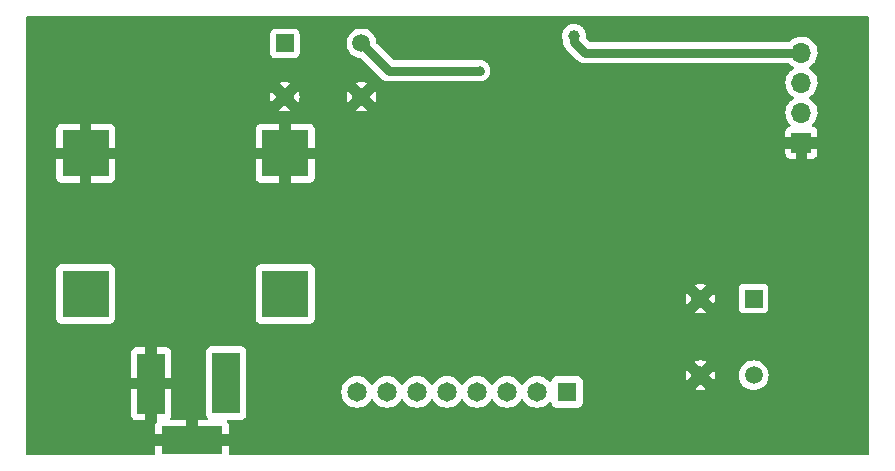
<source format=gbl>
G04 #@! TF.GenerationSoftware,KiCad,Pcbnew,(6.0.4)*
G04 #@! TF.CreationDate,2022-04-15T12:43:22+02:00*
G04 #@! TF.ProjectId,7segments_beide_groundplane,37736567-6d65-46e7-9473-5f6265696465,rev?*
G04 #@! TF.SameCoordinates,Original*
G04 #@! TF.FileFunction,Copper,L2,Bot*
G04 #@! TF.FilePolarity,Positive*
%FSLAX46Y46*%
G04 Gerber Fmt 4.6, Leading zero omitted, Abs format (unit mm)*
G04 Created by KiCad (PCBNEW (6.0.4)) date 2022-04-15 12:43:22*
%MOMM*%
%LPD*%
G01*
G04 APERTURE LIST*
G04 #@! TA.AperFunction,ComponentPad*
%ADD10R,1.650000X1.650000*%
G04 #@! TD*
G04 #@! TA.AperFunction,ComponentPad*
%ADD11C,1.650000*%
G04 #@! TD*
G04 #@! TA.AperFunction,ComponentPad*
%ADD12R,1.700000X1.700000*%
G04 #@! TD*
G04 #@! TA.AperFunction,ComponentPad*
%ADD13O,1.700000X1.700000*%
G04 #@! TD*
G04 #@! TA.AperFunction,ComponentPad*
%ADD14R,4.000000X4.000000*%
G04 #@! TD*
G04 #@! TA.AperFunction,ComponentPad*
%ADD15R,2.400000X5.200000*%
G04 #@! TD*
G04 #@! TA.AperFunction,ComponentPad*
%ADD16R,5.200000X2.400000*%
G04 #@! TD*
G04 #@! TA.AperFunction,ComponentPad*
%ADD17R,1.498000X1.498000*%
G04 #@! TD*
G04 #@! TA.AperFunction,ComponentPad*
%ADD18C,1.498000*%
G04 #@! TD*
G04 #@! TA.AperFunction,ViaPad*
%ADD19C,1.000000*%
G04 #@! TD*
G04 #@! TA.AperFunction,ViaPad*
%ADD20C,1.500000*%
G04 #@! TD*
G04 #@! TA.AperFunction,ViaPad*
%ADD21C,0.800000*%
G04 #@! TD*
G04 #@! TA.AperFunction,Conductor*
%ADD22C,0.800000*%
G04 #@! TD*
G04 APERTURE END LIST*
D10*
X150462000Y-116300000D03*
D11*
X147922000Y-116300000D03*
X145382000Y-116300000D03*
X142842000Y-116300000D03*
X140302000Y-116300000D03*
X137762000Y-116300000D03*
X135222000Y-116300000D03*
X132682000Y-116300000D03*
D12*
X170300000Y-95200000D03*
D13*
X170300000Y-92660000D03*
X170300000Y-90120000D03*
X170300000Y-87580000D03*
D14*
X109686500Y-108013500D03*
X109686500Y-96113500D03*
X126586500Y-108013500D03*
X126586500Y-96113500D03*
D15*
X121600000Y-115550000D03*
X115250000Y-115600000D03*
D16*
X118700000Y-120400000D03*
D17*
X166250000Y-108400000D03*
D18*
X166250000Y-114900000D03*
X161750000Y-108400000D03*
X161750000Y-114900000D03*
D17*
X126550000Y-86800000D03*
D18*
X133050000Y-86800000D03*
X126550000Y-91300000D03*
X133050000Y-91300000D03*
D19*
X151040000Y-86160000D03*
D20*
X111400000Y-115600000D03*
X130200000Y-85400000D03*
X141100000Y-91800000D03*
X145000000Y-103100000D03*
D19*
X146200000Y-93700000D03*
D20*
X139100000Y-96600000D03*
X147500000Y-111700000D03*
X141000000Y-101800000D03*
X174600000Y-98250000D03*
X107100000Y-88550000D03*
X168200000Y-118500000D03*
D21*
X143050000Y-89100000D03*
D22*
X170300000Y-87580000D02*
X151980000Y-87580000D01*
X151980000Y-87580000D02*
X151040000Y-86640000D01*
X151040000Y-86640000D02*
X151040000Y-86160000D01*
X135350000Y-89100000D02*
X143050000Y-89100000D01*
X133050000Y-86800000D02*
X135350000Y-89100000D01*
G04 #@! TA.AperFunction,Conductor*
G36*
X175963621Y-84508502D02*
G01*
X176010114Y-84562158D01*
X176021500Y-84614500D01*
X176021500Y-121525500D01*
X176001498Y-121593621D01*
X175947842Y-121640114D01*
X175895500Y-121651500D01*
X121934000Y-121651500D01*
X121865879Y-121631498D01*
X121819386Y-121577842D01*
X121808000Y-121525500D01*
X121808000Y-120918115D01*
X121803525Y-120902876D01*
X121802135Y-120901671D01*
X121794452Y-120900000D01*
X115610116Y-120900000D01*
X115594877Y-120904475D01*
X115593672Y-120905865D01*
X115592001Y-120913548D01*
X115592001Y-121525500D01*
X115571999Y-121593621D01*
X115518343Y-121640114D01*
X115466001Y-121651500D01*
X104774500Y-121651500D01*
X104706379Y-121631498D01*
X104659886Y-121577842D01*
X104648500Y-121525500D01*
X104648500Y-119881885D01*
X115592000Y-119881885D01*
X115596475Y-119897124D01*
X115597865Y-119898329D01*
X115605548Y-119900000D01*
X118181885Y-119900000D01*
X118197124Y-119895525D01*
X118198329Y-119894135D01*
X118200000Y-119886452D01*
X118200000Y-119881885D01*
X119200000Y-119881885D01*
X119204475Y-119897124D01*
X119205865Y-119898329D01*
X119213548Y-119900000D01*
X121789884Y-119900000D01*
X121805123Y-119895525D01*
X121806328Y-119894135D01*
X121807999Y-119886452D01*
X121807999Y-119155331D01*
X121807629Y-119148510D01*
X121802105Y-119097648D01*
X121798479Y-119082396D01*
X121753324Y-118961946D01*
X121744786Y-118946351D01*
X121680118Y-118860065D01*
X121655270Y-118793558D01*
X121670323Y-118724176D01*
X121720497Y-118673946D01*
X121780944Y-118658500D01*
X122848134Y-118658500D01*
X122910316Y-118651745D01*
X123046705Y-118600615D01*
X123163261Y-118513261D01*
X123250615Y-118396705D01*
X123301745Y-118260316D01*
X123308500Y-118198134D01*
X123308500Y-116300000D01*
X131343406Y-116300000D01*
X131363742Y-116532444D01*
X131424133Y-116757826D01*
X131426455Y-116762806D01*
X131426456Y-116762808D01*
X131520418Y-116964310D01*
X131520421Y-116964315D01*
X131522744Y-116969297D01*
X131525898Y-116973801D01*
X131525901Y-116973806D01*
X131651224Y-117152785D01*
X131656578Y-117160432D01*
X131821568Y-117325422D01*
X131826076Y-117328579D01*
X131826079Y-117328581D01*
X132008194Y-117456099D01*
X132012703Y-117459256D01*
X132017685Y-117461579D01*
X132017690Y-117461582D01*
X132219192Y-117555544D01*
X132224174Y-117557867D01*
X132229482Y-117559289D01*
X132229484Y-117559290D01*
X132444241Y-117616834D01*
X132444243Y-117616834D01*
X132449556Y-117618258D01*
X132682000Y-117638594D01*
X132914444Y-117618258D01*
X132919757Y-117616834D01*
X132919759Y-117616834D01*
X133134516Y-117559290D01*
X133134518Y-117559289D01*
X133139826Y-117557867D01*
X133144808Y-117555544D01*
X133346310Y-117461582D01*
X133346315Y-117461579D01*
X133351297Y-117459256D01*
X133355806Y-117456099D01*
X133537921Y-117328581D01*
X133537924Y-117328579D01*
X133542432Y-117325422D01*
X133707422Y-117160432D01*
X133712777Y-117152785D01*
X133784207Y-117050772D01*
X133841256Y-116969297D01*
X133843123Y-116965293D01*
X133894264Y-116916531D01*
X133963977Y-116903095D01*
X134029888Y-116929482D01*
X134060828Y-116965188D01*
X134062744Y-116969297D01*
X134119793Y-117050772D01*
X134191224Y-117152785D01*
X134196578Y-117160432D01*
X134361568Y-117325422D01*
X134366076Y-117328579D01*
X134366079Y-117328581D01*
X134548194Y-117456099D01*
X134552703Y-117459256D01*
X134557685Y-117461579D01*
X134557690Y-117461582D01*
X134759192Y-117555544D01*
X134764174Y-117557867D01*
X134769482Y-117559289D01*
X134769484Y-117559290D01*
X134984241Y-117616834D01*
X134984243Y-117616834D01*
X134989556Y-117618258D01*
X135222000Y-117638594D01*
X135454444Y-117618258D01*
X135459757Y-117616834D01*
X135459759Y-117616834D01*
X135674516Y-117559290D01*
X135674518Y-117559289D01*
X135679826Y-117557867D01*
X135684808Y-117555544D01*
X135886310Y-117461582D01*
X135886315Y-117461579D01*
X135891297Y-117459256D01*
X135895806Y-117456099D01*
X136077921Y-117328581D01*
X136077924Y-117328579D01*
X136082432Y-117325422D01*
X136247422Y-117160432D01*
X136252777Y-117152785D01*
X136324207Y-117050772D01*
X136381256Y-116969297D01*
X136383123Y-116965293D01*
X136434264Y-116916531D01*
X136503977Y-116903095D01*
X136569888Y-116929482D01*
X136600828Y-116965188D01*
X136602744Y-116969297D01*
X136659793Y-117050772D01*
X136731224Y-117152785D01*
X136736578Y-117160432D01*
X136901568Y-117325422D01*
X136906076Y-117328579D01*
X136906079Y-117328581D01*
X137088194Y-117456099D01*
X137092703Y-117459256D01*
X137097685Y-117461579D01*
X137097690Y-117461582D01*
X137299192Y-117555544D01*
X137304174Y-117557867D01*
X137309482Y-117559289D01*
X137309484Y-117559290D01*
X137524241Y-117616834D01*
X137524243Y-117616834D01*
X137529556Y-117618258D01*
X137762000Y-117638594D01*
X137994444Y-117618258D01*
X137999757Y-117616834D01*
X137999759Y-117616834D01*
X138214516Y-117559290D01*
X138214518Y-117559289D01*
X138219826Y-117557867D01*
X138224808Y-117555544D01*
X138426310Y-117461582D01*
X138426315Y-117461579D01*
X138431297Y-117459256D01*
X138435806Y-117456099D01*
X138617921Y-117328581D01*
X138617924Y-117328579D01*
X138622432Y-117325422D01*
X138787422Y-117160432D01*
X138792777Y-117152785D01*
X138864207Y-117050772D01*
X138921256Y-116969297D01*
X138923123Y-116965293D01*
X138974264Y-116916531D01*
X139043977Y-116903095D01*
X139109888Y-116929482D01*
X139140828Y-116965188D01*
X139142744Y-116969297D01*
X139199793Y-117050772D01*
X139271224Y-117152785D01*
X139276578Y-117160432D01*
X139441568Y-117325422D01*
X139446076Y-117328579D01*
X139446079Y-117328581D01*
X139628194Y-117456099D01*
X139632703Y-117459256D01*
X139637685Y-117461579D01*
X139637690Y-117461582D01*
X139839192Y-117555544D01*
X139844174Y-117557867D01*
X139849482Y-117559289D01*
X139849484Y-117559290D01*
X140064241Y-117616834D01*
X140064243Y-117616834D01*
X140069556Y-117618258D01*
X140302000Y-117638594D01*
X140534444Y-117618258D01*
X140539757Y-117616834D01*
X140539759Y-117616834D01*
X140754516Y-117559290D01*
X140754518Y-117559289D01*
X140759826Y-117557867D01*
X140764808Y-117555544D01*
X140966310Y-117461582D01*
X140966315Y-117461579D01*
X140971297Y-117459256D01*
X140975806Y-117456099D01*
X141157921Y-117328581D01*
X141157924Y-117328579D01*
X141162432Y-117325422D01*
X141327422Y-117160432D01*
X141332777Y-117152785D01*
X141404207Y-117050772D01*
X141461256Y-116969297D01*
X141463123Y-116965293D01*
X141514264Y-116916531D01*
X141583977Y-116903095D01*
X141649888Y-116929482D01*
X141680828Y-116965188D01*
X141682744Y-116969297D01*
X141739793Y-117050772D01*
X141811224Y-117152785D01*
X141816578Y-117160432D01*
X141981568Y-117325422D01*
X141986076Y-117328579D01*
X141986079Y-117328581D01*
X142168194Y-117456099D01*
X142172703Y-117459256D01*
X142177685Y-117461579D01*
X142177690Y-117461582D01*
X142379192Y-117555544D01*
X142384174Y-117557867D01*
X142389482Y-117559289D01*
X142389484Y-117559290D01*
X142604241Y-117616834D01*
X142604243Y-117616834D01*
X142609556Y-117618258D01*
X142842000Y-117638594D01*
X143074444Y-117618258D01*
X143079757Y-117616834D01*
X143079759Y-117616834D01*
X143294516Y-117559290D01*
X143294518Y-117559289D01*
X143299826Y-117557867D01*
X143304808Y-117555544D01*
X143506310Y-117461582D01*
X143506315Y-117461579D01*
X143511297Y-117459256D01*
X143515806Y-117456099D01*
X143697921Y-117328581D01*
X143697924Y-117328579D01*
X143702432Y-117325422D01*
X143867422Y-117160432D01*
X143872777Y-117152785D01*
X143944207Y-117050772D01*
X144001256Y-116969297D01*
X144003123Y-116965293D01*
X144054264Y-116916531D01*
X144123977Y-116903095D01*
X144189888Y-116929482D01*
X144220828Y-116965188D01*
X144222744Y-116969297D01*
X144279793Y-117050772D01*
X144351224Y-117152785D01*
X144356578Y-117160432D01*
X144521568Y-117325422D01*
X144526076Y-117328579D01*
X144526079Y-117328581D01*
X144708194Y-117456099D01*
X144712703Y-117459256D01*
X144717685Y-117461579D01*
X144717690Y-117461582D01*
X144919192Y-117555544D01*
X144924174Y-117557867D01*
X144929482Y-117559289D01*
X144929484Y-117559290D01*
X145144241Y-117616834D01*
X145144243Y-117616834D01*
X145149556Y-117618258D01*
X145382000Y-117638594D01*
X145614444Y-117618258D01*
X145619757Y-117616834D01*
X145619759Y-117616834D01*
X145834516Y-117559290D01*
X145834518Y-117559289D01*
X145839826Y-117557867D01*
X145844808Y-117555544D01*
X146046310Y-117461582D01*
X146046315Y-117461579D01*
X146051297Y-117459256D01*
X146055806Y-117456099D01*
X146237921Y-117328581D01*
X146237924Y-117328579D01*
X146242432Y-117325422D01*
X146407422Y-117160432D01*
X146412777Y-117152785D01*
X146484207Y-117050772D01*
X146541256Y-116969297D01*
X146543123Y-116965293D01*
X146594264Y-116916531D01*
X146663977Y-116903095D01*
X146729888Y-116929482D01*
X146760828Y-116965188D01*
X146762744Y-116969297D01*
X146819793Y-117050772D01*
X146891224Y-117152785D01*
X146896578Y-117160432D01*
X147061568Y-117325422D01*
X147066076Y-117328579D01*
X147066079Y-117328581D01*
X147248194Y-117456099D01*
X147252703Y-117459256D01*
X147257685Y-117461579D01*
X147257690Y-117461582D01*
X147459192Y-117555544D01*
X147464174Y-117557867D01*
X147469482Y-117559289D01*
X147469484Y-117559290D01*
X147684241Y-117616834D01*
X147684243Y-117616834D01*
X147689556Y-117618258D01*
X147922000Y-117638594D01*
X148154444Y-117618258D01*
X148159757Y-117616834D01*
X148159759Y-117616834D01*
X148374516Y-117559290D01*
X148374518Y-117559289D01*
X148379826Y-117557867D01*
X148384808Y-117555544D01*
X148586310Y-117461582D01*
X148586315Y-117461579D01*
X148591297Y-117459256D01*
X148595806Y-117456099D01*
X148777921Y-117328581D01*
X148777924Y-117328579D01*
X148782432Y-117325422D01*
X148926108Y-117181746D01*
X148988420Y-117147720D01*
X149059235Y-117152785D01*
X149116071Y-117195332D01*
X149134867Y-117235462D01*
X149135255Y-117235316D01*
X149138027Y-117242709D01*
X149138027Y-117242711D01*
X149179854Y-117354283D01*
X149186385Y-117371705D01*
X149273739Y-117488261D01*
X149390295Y-117575615D01*
X149526684Y-117626745D01*
X149588866Y-117633500D01*
X151335134Y-117633500D01*
X151397316Y-117626745D01*
X151533705Y-117575615D01*
X151650261Y-117488261D01*
X151737615Y-117371705D01*
X151788745Y-117235316D01*
X151795500Y-117173134D01*
X151795500Y-116070316D01*
X161292411Y-116070316D01*
X161296153Y-116075315D01*
X161313454Y-116083382D01*
X161323750Y-116087129D01*
X161525575Y-116141208D01*
X161536370Y-116143111D01*
X161744525Y-116161323D01*
X161755475Y-116161323D01*
X161963630Y-116143111D01*
X161974425Y-116141208D01*
X162176250Y-116087129D01*
X162186546Y-116083382D01*
X162197225Y-116078402D01*
X162207807Y-116069086D01*
X162206000Y-116063107D01*
X161762812Y-115619919D01*
X161748868Y-115612305D01*
X161747035Y-115612436D01*
X161740420Y-115616687D01*
X161299171Y-116057936D01*
X161292411Y-116070316D01*
X151795500Y-116070316D01*
X151795500Y-115426866D01*
X151788745Y-115364684D01*
X151737615Y-115228295D01*
X151650261Y-115111739D01*
X151533705Y-115024385D01*
X151397316Y-114973255D01*
X151335134Y-114966500D01*
X149588866Y-114966500D01*
X149526684Y-114973255D01*
X149390295Y-115024385D01*
X149273739Y-115111739D01*
X149186385Y-115228295D01*
X149183233Y-115236703D01*
X149138029Y-115357285D01*
X149135255Y-115364684D01*
X149134339Y-115364340D01*
X149102566Y-115419954D01*
X149039610Y-115452772D01*
X148968905Y-115446345D01*
X148926108Y-115418254D01*
X148782432Y-115274578D01*
X148777924Y-115271421D01*
X148777921Y-115271419D01*
X148595806Y-115143901D01*
X148595804Y-115143900D01*
X148591297Y-115140744D01*
X148586315Y-115138421D01*
X148586310Y-115138418D01*
X148384808Y-115044456D01*
X148384806Y-115044455D01*
X148379826Y-115042133D01*
X148374518Y-115040711D01*
X148374516Y-115040710D01*
X148159759Y-114983166D01*
X148159757Y-114983166D01*
X148154444Y-114981742D01*
X147922000Y-114961406D01*
X147689556Y-114981742D01*
X147684243Y-114983166D01*
X147684241Y-114983166D01*
X147469484Y-115040710D01*
X147469482Y-115040711D01*
X147464174Y-115042133D01*
X147459194Y-115044455D01*
X147459192Y-115044456D01*
X147257690Y-115138418D01*
X147257685Y-115138421D01*
X147252703Y-115140744D01*
X147248196Y-115143900D01*
X147248194Y-115143901D01*
X147066079Y-115271419D01*
X147066076Y-115271421D01*
X147061568Y-115274578D01*
X146896578Y-115439568D01*
X146893421Y-115444076D01*
X146893419Y-115444079D01*
X146819793Y-115549228D01*
X146762744Y-115630703D01*
X146760877Y-115634707D01*
X146709736Y-115683469D01*
X146640023Y-115696905D01*
X146574112Y-115670518D01*
X146543172Y-115634812D01*
X146541256Y-115630703D01*
X146484207Y-115549228D01*
X146410581Y-115444079D01*
X146410579Y-115444076D01*
X146407422Y-115439568D01*
X146242432Y-115274578D01*
X146237924Y-115271421D01*
X146237921Y-115271419D01*
X146055806Y-115143901D01*
X146055804Y-115143900D01*
X146051297Y-115140744D01*
X146046315Y-115138421D01*
X146046310Y-115138418D01*
X145844808Y-115044456D01*
X145844806Y-115044455D01*
X145839826Y-115042133D01*
X145834518Y-115040711D01*
X145834516Y-115040710D01*
X145619759Y-114983166D01*
X145619757Y-114983166D01*
X145614444Y-114981742D01*
X145382000Y-114961406D01*
X145149556Y-114981742D01*
X145144243Y-114983166D01*
X145144241Y-114983166D01*
X144929484Y-115040710D01*
X144929482Y-115040711D01*
X144924174Y-115042133D01*
X144919194Y-115044455D01*
X144919192Y-115044456D01*
X144717690Y-115138418D01*
X144717685Y-115138421D01*
X144712703Y-115140744D01*
X144708196Y-115143900D01*
X144708194Y-115143901D01*
X144526079Y-115271419D01*
X144526076Y-115271421D01*
X144521568Y-115274578D01*
X144356578Y-115439568D01*
X144353421Y-115444076D01*
X144353419Y-115444079D01*
X144279793Y-115549228D01*
X144222744Y-115630703D01*
X144220877Y-115634707D01*
X144169736Y-115683469D01*
X144100023Y-115696905D01*
X144034112Y-115670518D01*
X144003172Y-115634812D01*
X144001256Y-115630703D01*
X143944207Y-115549228D01*
X143870581Y-115444079D01*
X143870579Y-115444076D01*
X143867422Y-115439568D01*
X143702432Y-115274578D01*
X143697924Y-115271421D01*
X143697921Y-115271419D01*
X143515806Y-115143901D01*
X143515804Y-115143900D01*
X143511297Y-115140744D01*
X143506315Y-115138421D01*
X143506310Y-115138418D01*
X143304808Y-115044456D01*
X143304806Y-115044455D01*
X143299826Y-115042133D01*
X143294518Y-115040711D01*
X143294516Y-115040710D01*
X143079759Y-114983166D01*
X143079757Y-114983166D01*
X143074444Y-114981742D01*
X142842000Y-114961406D01*
X142609556Y-114981742D01*
X142604243Y-114983166D01*
X142604241Y-114983166D01*
X142389484Y-115040710D01*
X142389482Y-115040711D01*
X142384174Y-115042133D01*
X142379194Y-115044455D01*
X142379192Y-115044456D01*
X142177690Y-115138418D01*
X142177685Y-115138421D01*
X142172703Y-115140744D01*
X142168196Y-115143900D01*
X142168194Y-115143901D01*
X141986079Y-115271419D01*
X141986076Y-115271421D01*
X141981568Y-115274578D01*
X141816578Y-115439568D01*
X141813421Y-115444076D01*
X141813419Y-115444079D01*
X141739793Y-115549228D01*
X141682744Y-115630703D01*
X141680877Y-115634707D01*
X141629736Y-115683469D01*
X141560023Y-115696905D01*
X141494112Y-115670518D01*
X141463172Y-115634812D01*
X141461256Y-115630703D01*
X141404207Y-115549228D01*
X141330581Y-115444079D01*
X141330579Y-115444076D01*
X141327422Y-115439568D01*
X141162432Y-115274578D01*
X141157924Y-115271421D01*
X141157921Y-115271419D01*
X140975806Y-115143901D01*
X140975804Y-115143900D01*
X140971297Y-115140744D01*
X140966315Y-115138421D01*
X140966310Y-115138418D01*
X140764808Y-115044456D01*
X140764806Y-115044455D01*
X140759826Y-115042133D01*
X140754518Y-115040711D01*
X140754516Y-115040710D01*
X140539759Y-114983166D01*
X140539757Y-114983166D01*
X140534444Y-114981742D01*
X140302000Y-114961406D01*
X140069556Y-114981742D01*
X140064243Y-114983166D01*
X140064241Y-114983166D01*
X139849484Y-115040710D01*
X139849482Y-115040711D01*
X139844174Y-115042133D01*
X139839194Y-115044455D01*
X139839192Y-115044456D01*
X139637690Y-115138418D01*
X139637685Y-115138421D01*
X139632703Y-115140744D01*
X139628196Y-115143900D01*
X139628194Y-115143901D01*
X139446079Y-115271419D01*
X139446076Y-115271421D01*
X139441568Y-115274578D01*
X139276578Y-115439568D01*
X139273421Y-115444076D01*
X139273419Y-115444079D01*
X139199793Y-115549228D01*
X139142744Y-115630703D01*
X139140877Y-115634707D01*
X139089736Y-115683469D01*
X139020023Y-115696905D01*
X138954112Y-115670518D01*
X138923172Y-115634812D01*
X138921256Y-115630703D01*
X138864207Y-115549228D01*
X138790581Y-115444079D01*
X138790579Y-115444076D01*
X138787422Y-115439568D01*
X138622432Y-115274578D01*
X138617924Y-115271421D01*
X138617921Y-115271419D01*
X138435806Y-115143901D01*
X138435804Y-115143900D01*
X138431297Y-115140744D01*
X138426315Y-115138421D01*
X138426310Y-115138418D01*
X138224808Y-115044456D01*
X138224806Y-115044455D01*
X138219826Y-115042133D01*
X138214518Y-115040711D01*
X138214516Y-115040710D01*
X137999759Y-114983166D01*
X137999757Y-114983166D01*
X137994444Y-114981742D01*
X137762000Y-114961406D01*
X137529556Y-114981742D01*
X137524243Y-114983166D01*
X137524241Y-114983166D01*
X137309484Y-115040710D01*
X137309482Y-115040711D01*
X137304174Y-115042133D01*
X137299194Y-115044455D01*
X137299192Y-115044456D01*
X137097690Y-115138418D01*
X137097685Y-115138421D01*
X137092703Y-115140744D01*
X137088196Y-115143900D01*
X137088194Y-115143901D01*
X136906079Y-115271419D01*
X136906076Y-115271421D01*
X136901568Y-115274578D01*
X136736578Y-115439568D01*
X136733421Y-115444076D01*
X136733419Y-115444079D01*
X136659793Y-115549228D01*
X136602744Y-115630703D01*
X136600877Y-115634707D01*
X136549736Y-115683469D01*
X136480023Y-115696905D01*
X136414112Y-115670518D01*
X136383172Y-115634812D01*
X136381256Y-115630703D01*
X136324207Y-115549228D01*
X136250581Y-115444079D01*
X136250579Y-115444076D01*
X136247422Y-115439568D01*
X136082432Y-115274578D01*
X136077924Y-115271421D01*
X136077921Y-115271419D01*
X135895806Y-115143901D01*
X135895804Y-115143900D01*
X135891297Y-115140744D01*
X135886315Y-115138421D01*
X135886310Y-115138418D01*
X135684808Y-115044456D01*
X135684806Y-115044455D01*
X135679826Y-115042133D01*
X135674518Y-115040711D01*
X135674516Y-115040710D01*
X135459759Y-114983166D01*
X135459757Y-114983166D01*
X135454444Y-114981742D01*
X135222000Y-114961406D01*
X134989556Y-114981742D01*
X134984243Y-114983166D01*
X134984241Y-114983166D01*
X134769484Y-115040710D01*
X134769482Y-115040711D01*
X134764174Y-115042133D01*
X134759194Y-115044455D01*
X134759192Y-115044456D01*
X134557690Y-115138418D01*
X134557685Y-115138421D01*
X134552703Y-115140744D01*
X134548196Y-115143900D01*
X134548194Y-115143901D01*
X134366079Y-115271419D01*
X134366076Y-115271421D01*
X134361568Y-115274578D01*
X134196578Y-115439568D01*
X134193421Y-115444076D01*
X134193419Y-115444079D01*
X134119793Y-115549228D01*
X134062744Y-115630703D01*
X134060877Y-115634707D01*
X134009736Y-115683469D01*
X133940023Y-115696905D01*
X133874112Y-115670518D01*
X133843172Y-115634812D01*
X133841256Y-115630703D01*
X133784207Y-115549228D01*
X133710581Y-115444079D01*
X133710579Y-115444076D01*
X133707422Y-115439568D01*
X133542432Y-115274578D01*
X133537924Y-115271421D01*
X133537921Y-115271419D01*
X133355806Y-115143901D01*
X133355804Y-115143900D01*
X133351297Y-115140744D01*
X133346315Y-115138421D01*
X133346310Y-115138418D01*
X133144808Y-115044456D01*
X133144806Y-115044455D01*
X133139826Y-115042133D01*
X133134518Y-115040711D01*
X133134516Y-115040710D01*
X132919759Y-114983166D01*
X132919757Y-114983166D01*
X132914444Y-114981742D01*
X132682000Y-114961406D01*
X132449556Y-114981742D01*
X132444243Y-114983166D01*
X132444241Y-114983166D01*
X132229484Y-115040710D01*
X132229482Y-115040711D01*
X132224174Y-115042133D01*
X132219194Y-115044455D01*
X132219192Y-115044456D01*
X132017690Y-115138418D01*
X132017685Y-115138421D01*
X132012703Y-115140744D01*
X132008196Y-115143900D01*
X132008194Y-115143901D01*
X131826079Y-115271419D01*
X131826076Y-115271421D01*
X131821568Y-115274578D01*
X131656578Y-115439568D01*
X131653421Y-115444076D01*
X131653419Y-115444079D01*
X131532558Y-115616687D01*
X131522744Y-115630703D01*
X131520421Y-115635685D01*
X131520418Y-115635690D01*
X131426456Y-115837192D01*
X131424133Y-115842174D01*
X131363742Y-116067556D01*
X131343406Y-116300000D01*
X123308500Y-116300000D01*
X123308500Y-114905475D01*
X160488677Y-114905475D01*
X160506889Y-115113630D01*
X160508792Y-115124425D01*
X160562871Y-115326250D01*
X160566618Y-115336546D01*
X160571598Y-115347225D01*
X160580914Y-115357807D01*
X160586893Y-115356000D01*
X161030081Y-114912812D01*
X161036459Y-114901132D01*
X162462305Y-114901132D01*
X162462436Y-114902965D01*
X162466687Y-114909580D01*
X162907936Y-115350829D01*
X162920316Y-115357589D01*
X162925315Y-115353847D01*
X162933382Y-115336546D01*
X162937129Y-115326250D01*
X162991208Y-115124425D01*
X162993111Y-115113630D01*
X163011323Y-114905475D01*
X163011323Y-114900000D01*
X164987697Y-114900000D01*
X165006874Y-115119197D01*
X165034181Y-115221109D01*
X165049553Y-115278475D01*
X165063823Y-115331733D01*
X165066145Y-115336713D01*
X165066146Y-115336715D01*
X165112291Y-115435671D01*
X165156814Y-115531151D01*
X165283020Y-115711393D01*
X165438607Y-115866980D01*
X165443115Y-115870137D01*
X165443118Y-115870139D01*
X165467848Y-115887455D01*
X165618848Y-115993186D01*
X165623830Y-115995509D01*
X165623835Y-115995512D01*
X165812273Y-116083382D01*
X165818267Y-116086177D01*
X165823575Y-116087599D01*
X165823577Y-116087600D01*
X165869855Y-116100000D01*
X166030803Y-116143126D01*
X166250000Y-116162303D01*
X166469197Y-116143126D01*
X166630145Y-116100000D01*
X166676423Y-116087600D01*
X166676425Y-116087599D01*
X166681733Y-116086177D01*
X166687727Y-116083382D01*
X166876165Y-115995512D01*
X166876170Y-115995509D01*
X166881152Y-115993186D01*
X167032152Y-115887455D01*
X167056882Y-115870139D01*
X167056885Y-115870137D01*
X167061393Y-115866980D01*
X167216980Y-115711393D01*
X167343186Y-115531151D01*
X167387710Y-115435671D01*
X167433854Y-115336715D01*
X167433855Y-115336713D01*
X167436177Y-115331733D01*
X167450448Y-115278475D01*
X167465819Y-115221109D01*
X167493126Y-115119197D01*
X167512303Y-114900000D01*
X167493126Y-114680803D01*
X167436177Y-114468267D01*
X167424120Y-114442411D01*
X167345509Y-114273830D01*
X167345507Y-114273827D01*
X167343186Y-114268849D01*
X167216980Y-114088607D01*
X167061393Y-113933020D01*
X167056885Y-113929863D01*
X167056882Y-113929861D01*
X166885661Y-113809971D01*
X166885658Y-113809969D01*
X166881152Y-113806814D01*
X166876170Y-113804491D01*
X166876165Y-113804488D01*
X166686715Y-113716146D01*
X166686713Y-113716145D01*
X166681733Y-113713823D01*
X166676425Y-113712401D01*
X166676423Y-113712400D01*
X166610317Y-113694687D01*
X166469197Y-113656874D01*
X166250000Y-113637697D01*
X166030803Y-113656874D01*
X165889683Y-113694687D01*
X165823577Y-113712400D01*
X165823575Y-113712401D01*
X165818267Y-113713823D01*
X165813287Y-113716145D01*
X165813285Y-113716146D01*
X165623830Y-113804491D01*
X165623827Y-113804493D01*
X165618849Y-113806814D01*
X165438607Y-113933020D01*
X165283020Y-114088607D01*
X165156814Y-114268849D01*
X165154493Y-114273827D01*
X165154491Y-114273830D01*
X165075880Y-114442411D01*
X165063823Y-114468267D01*
X165006874Y-114680803D01*
X164987697Y-114900000D01*
X163011323Y-114900000D01*
X163011323Y-114894525D01*
X162993111Y-114686370D01*
X162991208Y-114675575D01*
X162937129Y-114473750D01*
X162933382Y-114463454D01*
X162928402Y-114452775D01*
X162919086Y-114442193D01*
X162913107Y-114444000D01*
X162469919Y-114887188D01*
X162462305Y-114901132D01*
X161036459Y-114901132D01*
X161037695Y-114898868D01*
X161037564Y-114897035D01*
X161033313Y-114890420D01*
X160592064Y-114449171D01*
X160579684Y-114442411D01*
X160574685Y-114446153D01*
X160566618Y-114463454D01*
X160562871Y-114473750D01*
X160508792Y-114675575D01*
X160506889Y-114686370D01*
X160488677Y-114894525D01*
X160488677Y-114905475D01*
X123308500Y-114905475D01*
X123308500Y-113730914D01*
X161292193Y-113730914D01*
X161294000Y-113736893D01*
X161737188Y-114180081D01*
X161751132Y-114187695D01*
X161752965Y-114187564D01*
X161759580Y-114183313D01*
X162200829Y-113742064D01*
X162207589Y-113729684D01*
X162203847Y-113724685D01*
X162186546Y-113716618D01*
X162176250Y-113712871D01*
X161974425Y-113658792D01*
X161963630Y-113656889D01*
X161755475Y-113638677D01*
X161744525Y-113638677D01*
X161536370Y-113656889D01*
X161525575Y-113658792D01*
X161323750Y-113712871D01*
X161313454Y-113716618D01*
X161302775Y-113721598D01*
X161292193Y-113730914D01*
X123308500Y-113730914D01*
X123308500Y-112901866D01*
X123301745Y-112839684D01*
X123250615Y-112703295D01*
X123163261Y-112586739D01*
X123046705Y-112499385D01*
X122910316Y-112448255D01*
X122848134Y-112441500D01*
X120351866Y-112441500D01*
X120289684Y-112448255D01*
X120153295Y-112499385D01*
X120036739Y-112586739D01*
X119949385Y-112703295D01*
X119898255Y-112839684D01*
X119891500Y-112901866D01*
X119891500Y-118198134D01*
X119898255Y-118260316D01*
X119949385Y-118396705D01*
X119992062Y-118453649D01*
X120019632Y-118490435D01*
X120044480Y-118556941D01*
X120029427Y-118626324D01*
X119979253Y-118676554D01*
X119918806Y-118692000D01*
X119218115Y-118692000D01*
X119202876Y-118696475D01*
X119201671Y-118697865D01*
X119200000Y-118705548D01*
X119200000Y-119881885D01*
X118200000Y-119881885D01*
X118200000Y-118710116D01*
X118195525Y-118694877D01*
X118194135Y-118693672D01*
X118186452Y-118692001D01*
X116968041Y-118692001D01*
X116899920Y-118671999D01*
X116853427Y-118618343D01*
X116843323Y-118548069D01*
X116867215Y-118490435D01*
X116894788Y-118453644D01*
X116903324Y-118438054D01*
X116948478Y-118317606D01*
X116952105Y-118302351D01*
X116957631Y-118251486D01*
X116958000Y-118244672D01*
X116958000Y-116118115D01*
X116953525Y-116102876D01*
X116952135Y-116101671D01*
X116944452Y-116100000D01*
X115768115Y-116100000D01*
X115752876Y-116104475D01*
X115751671Y-116105865D01*
X115750000Y-116113548D01*
X115750000Y-118689882D01*
X115759832Y-118723366D01*
X115759832Y-118794362D01*
X115735283Y-118835737D01*
X115737096Y-118837096D01*
X115655214Y-118946351D01*
X115646676Y-118961946D01*
X115601522Y-119082394D01*
X115597895Y-119097649D01*
X115592369Y-119148514D01*
X115592000Y-119155328D01*
X115592000Y-119881885D01*
X104648500Y-119881885D01*
X104648500Y-118244669D01*
X113542001Y-118244669D01*
X113542371Y-118251490D01*
X113547895Y-118302352D01*
X113551521Y-118317604D01*
X113596676Y-118438054D01*
X113605214Y-118453649D01*
X113681715Y-118555724D01*
X113694276Y-118568285D01*
X113796351Y-118644786D01*
X113811946Y-118653324D01*
X113932394Y-118698478D01*
X113947649Y-118702105D01*
X113998514Y-118707631D01*
X114005328Y-118708000D01*
X114731885Y-118708000D01*
X114747124Y-118703525D01*
X114748329Y-118702135D01*
X114750000Y-118694452D01*
X114750000Y-116118115D01*
X114745525Y-116102876D01*
X114744135Y-116101671D01*
X114736452Y-116100000D01*
X113560116Y-116100000D01*
X113544877Y-116104475D01*
X113543672Y-116105865D01*
X113542001Y-116113548D01*
X113542001Y-118244669D01*
X104648500Y-118244669D01*
X104648500Y-115081885D01*
X113542000Y-115081885D01*
X113546475Y-115097124D01*
X113547865Y-115098329D01*
X113555548Y-115100000D01*
X114731885Y-115100000D01*
X114747124Y-115095525D01*
X114748329Y-115094135D01*
X114750000Y-115086452D01*
X114750000Y-115081885D01*
X115750000Y-115081885D01*
X115754475Y-115097124D01*
X115755865Y-115098329D01*
X115763548Y-115100000D01*
X116939884Y-115100000D01*
X116955123Y-115095525D01*
X116956328Y-115094135D01*
X116957999Y-115086452D01*
X116957999Y-112955331D01*
X116957629Y-112948510D01*
X116952105Y-112897648D01*
X116948479Y-112882396D01*
X116903324Y-112761946D01*
X116894786Y-112746351D01*
X116818285Y-112644276D01*
X116805724Y-112631715D01*
X116703649Y-112555214D01*
X116688054Y-112546676D01*
X116567606Y-112501522D01*
X116552351Y-112497895D01*
X116501486Y-112492369D01*
X116494672Y-112492000D01*
X115768115Y-112492000D01*
X115752876Y-112496475D01*
X115751671Y-112497865D01*
X115750000Y-112505548D01*
X115750000Y-115081885D01*
X114750000Y-115081885D01*
X114750000Y-112510116D01*
X114745525Y-112494877D01*
X114744135Y-112493672D01*
X114736452Y-112492001D01*
X114005331Y-112492001D01*
X113998510Y-112492371D01*
X113947648Y-112497895D01*
X113932396Y-112501521D01*
X113811946Y-112546676D01*
X113796351Y-112555214D01*
X113694276Y-112631715D01*
X113681715Y-112644276D01*
X113605214Y-112746351D01*
X113596676Y-112761946D01*
X113551522Y-112882394D01*
X113547895Y-112897649D01*
X113542369Y-112948514D01*
X113542000Y-112955328D01*
X113542000Y-115081885D01*
X104648500Y-115081885D01*
X104648500Y-110061634D01*
X107178000Y-110061634D01*
X107184755Y-110123816D01*
X107235885Y-110260205D01*
X107323239Y-110376761D01*
X107439795Y-110464115D01*
X107576184Y-110515245D01*
X107638366Y-110522000D01*
X111734634Y-110522000D01*
X111796816Y-110515245D01*
X111933205Y-110464115D01*
X112049761Y-110376761D01*
X112137115Y-110260205D01*
X112188245Y-110123816D01*
X112195000Y-110061634D01*
X124078000Y-110061634D01*
X124084755Y-110123816D01*
X124135885Y-110260205D01*
X124223239Y-110376761D01*
X124339795Y-110464115D01*
X124476184Y-110515245D01*
X124538366Y-110522000D01*
X128634634Y-110522000D01*
X128696816Y-110515245D01*
X128833205Y-110464115D01*
X128949761Y-110376761D01*
X129037115Y-110260205D01*
X129088245Y-110123816D01*
X129095000Y-110061634D01*
X129095000Y-109570316D01*
X161292411Y-109570316D01*
X161296153Y-109575315D01*
X161313454Y-109583382D01*
X161323750Y-109587129D01*
X161525575Y-109641208D01*
X161536370Y-109643111D01*
X161744525Y-109661323D01*
X161755475Y-109661323D01*
X161963630Y-109643111D01*
X161974425Y-109641208D01*
X162176250Y-109587129D01*
X162186546Y-109583382D01*
X162197225Y-109578402D01*
X162207807Y-109569086D01*
X162206000Y-109563107D01*
X161840027Y-109197134D01*
X164992500Y-109197134D01*
X164999255Y-109259316D01*
X165050385Y-109395705D01*
X165137739Y-109512261D01*
X165254295Y-109599615D01*
X165390684Y-109650745D01*
X165452866Y-109657500D01*
X167047134Y-109657500D01*
X167109316Y-109650745D01*
X167245705Y-109599615D01*
X167362261Y-109512261D01*
X167449615Y-109395705D01*
X167500745Y-109259316D01*
X167507500Y-109197134D01*
X167507500Y-107602866D01*
X167500745Y-107540684D01*
X167449615Y-107404295D01*
X167362261Y-107287739D01*
X167245705Y-107200385D01*
X167109316Y-107149255D01*
X167047134Y-107142500D01*
X165452866Y-107142500D01*
X165390684Y-107149255D01*
X165254295Y-107200385D01*
X165137739Y-107287739D01*
X165050385Y-107404295D01*
X164999255Y-107540684D01*
X164992500Y-107602866D01*
X164992500Y-109197134D01*
X161840027Y-109197134D01*
X161762812Y-109119919D01*
X161748868Y-109112305D01*
X161747035Y-109112436D01*
X161740420Y-109116687D01*
X161299171Y-109557936D01*
X161292411Y-109570316D01*
X129095000Y-109570316D01*
X129095000Y-108405475D01*
X160488677Y-108405475D01*
X160506889Y-108613630D01*
X160508792Y-108624425D01*
X160562871Y-108826250D01*
X160566618Y-108836546D01*
X160571598Y-108847225D01*
X160580914Y-108857807D01*
X160586893Y-108856000D01*
X161030081Y-108412812D01*
X161036459Y-108401132D01*
X162462305Y-108401132D01*
X162462436Y-108402965D01*
X162466687Y-108409580D01*
X162907936Y-108850829D01*
X162920316Y-108857589D01*
X162925315Y-108853847D01*
X162933382Y-108836546D01*
X162937129Y-108826250D01*
X162991208Y-108624425D01*
X162993111Y-108613630D01*
X163011323Y-108405475D01*
X163011323Y-108394525D01*
X162993111Y-108186370D01*
X162991208Y-108175575D01*
X162937129Y-107973750D01*
X162933382Y-107963454D01*
X162928402Y-107952775D01*
X162919086Y-107942193D01*
X162913107Y-107944000D01*
X162469919Y-108387188D01*
X162462305Y-108401132D01*
X161036459Y-108401132D01*
X161037695Y-108398868D01*
X161037564Y-108397035D01*
X161033313Y-108390420D01*
X160592064Y-107949171D01*
X160579684Y-107942411D01*
X160574685Y-107946153D01*
X160566618Y-107963454D01*
X160562871Y-107973750D01*
X160508792Y-108175575D01*
X160506889Y-108186370D01*
X160488677Y-108394525D01*
X160488677Y-108405475D01*
X129095000Y-108405475D01*
X129095000Y-107230914D01*
X161292193Y-107230914D01*
X161294000Y-107236893D01*
X161737188Y-107680081D01*
X161751132Y-107687695D01*
X161752965Y-107687564D01*
X161759580Y-107683313D01*
X162200829Y-107242064D01*
X162207589Y-107229684D01*
X162203847Y-107224685D01*
X162186546Y-107216618D01*
X162176250Y-107212871D01*
X161974425Y-107158792D01*
X161963630Y-107156889D01*
X161755475Y-107138677D01*
X161744525Y-107138677D01*
X161536370Y-107156889D01*
X161525575Y-107158792D01*
X161323750Y-107212871D01*
X161313454Y-107216618D01*
X161302775Y-107221598D01*
X161292193Y-107230914D01*
X129095000Y-107230914D01*
X129095000Y-105965366D01*
X129088245Y-105903184D01*
X129037115Y-105766795D01*
X128949761Y-105650239D01*
X128833205Y-105562885D01*
X128696816Y-105511755D01*
X128634634Y-105505000D01*
X124538366Y-105505000D01*
X124476184Y-105511755D01*
X124339795Y-105562885D01*
X124223239Y-105650239D01*
X124135885Y-105766795D01*
X124084755Y-105903184D01*
X124078000Y-105965366D01*
X124078000Y-110061634D01*
X112195000Y-110061634D01*
X112195000Y-105965366D01*
X112188245Y-105903184D01*
X112137115Y-105766795D01*
X112049761Y-105650239D01*
X111933205Y-105562885D01*
X111796816Y-105511755D01*
X111734634Y-105505000D01*
X107638366Y-105505000D01*
X107576184Y-105511755D01*
X107439795Y-105562885D01*
X107323239Y-105650239D01*
X107235885Y-105766795D01*
X107184755Y-105903184D01*
X107178000Y-105965366D01*
X107178000Y-110061634D01*
X104648500Y-110061634D01*
X104648500Y-98158169D01*
X107178501Y-98158169D01*
X107178871Y-98164990D01*
X107184395Y-98215852D01*
X107188021Y-98231104D01*
X107233176Y-98351554D01*
X107241714Y-98367149D01*
X107318215Y-98469224D01*
X107330776Y-98481785D01*
X107432851Y-98558286D01*
X107448446Y-98566824D01*
X107568894Y-98611978D01*
X107584149Y-98615605D01*
X107635014Y-98621131D01*
X107641828Y-98621500D01*
X109168385Y-98621500D01*
X109183624Y-98617025D01*
X109184829Y-98615635D01*
X109186500Y-98607952D01*
X109186500Y-98603384D01*
X110186500Y-98603384D01*
X110190975Y-98618623D01*
X110192365Y-98619828D01*
X110200048Y-98621499D01*
X111731169Y-98621499D01*
X111737990Y-98621129D01*
X111788852Y-98615605D01*
X111804104Y-98611979D01*
X111924554Y-98566824D01*
X111940149Y-98558286D01*
X112042224Y-98481785D01*
X112054785Y-98469224D01*
X112131286Y-98367149D01*
X112139824Y-98351554D01*
X112184978Y-98231106D01*
X112188605Y-98215851D01*
X112194131Y-98164986D01*
X112194500Y-98158172D01*
X112194500Y-98158169D01*
X124078501Y-98158169D01*
X124078871Y-98164990D01*
X124084395Y-98215852D01*
X124088021Y-98231104D01*
X124133176Y-98351554D01*
X124141714Y-98367149D01*
X124218215Y-98469224D01*
X124230776Y-98481785D01*
X124332851Y-98558286D01*
X124348446Y-98566824D01*
X124468894Y-98611978D01*
X124484149Y-98615605D01*
X124535014Y-98621131D01*
X124541828Y-98621500D01*
X126068385Y-98621500D01*
X126083624Y-98617025D01*
X126084829Y-98615635D01*
X126086500Y-98607952D01*
X126086500Y-98603384D01*
X127086500Y-98603384D01*
X127090975Y-98618623D01*
X127092365Y-98619828D01*
X127100048Y-98621499D01*
X128631169Y-98621499D01*
X128637990Y-98621129D01*
X128688852Y-98615605D01*
X128704104Y-98611979D01*
X128824554Y-98566824D01*
X128840149Y-98558286D01*
X128942224Y-98481785D01*
X128954785Y-98469224D01*
X129031286Y-98367149D01*
X129039824Y-98351554D01*
X129084978Y-98231106D01*
X129088605Y-98215851D01*
X129094131Y-98164986D01*
X129094500Y-98158172D01*
X129094500Y-96631615D01*
X129090025Y-96616376D01*
X129088635Y-96615171D01*
X129080952Y-96613500D01*
X127104615Y-96613500D01*
X127089376Y-96617975D01*
X127088171Y-96619365D01*
X127086500Y-96627048D01*
X127086500Y-98603384D01*
X126086500Y-98603384D01*
X126086500Y-96631615D01*
X126082025Y-96616376D01*
X126080635Y-96615171D01*
X126072952Y-96613500D01*
X124096616Y-96613500D01*
X124081377Y-96617975D01*
X124080172Y-96619365D01*
X124078501Y-96627048D01*
X124078501Y-98158169D01*
X112194500Y-98158169D01*
X112194500Y-96631615D01*
X112190025Y-96616376D01*
X112188635Y-96615171D01*
X112180952Y-96613500D01*
X110204615Y-96613500D01*
X110189376Y-96617975D01*
X110188171Y-96619365D01*
X110186500Y-96627048D01*
X110186500Y-98603384D01*
X109186500Y-98603384D01*
X109186500Y-96631615D01*
X109182025Y-96616376D01*
X109180635Y-96615171D01*
X109172952Y-96613500D01*
X107196616Y-96613500D01*
X107181377Y-96617975D01*
X107180172Y-96619365D01*
X107178501Y-96627048D01*
X107178501Y-98158169D01*
X104648500Y-98158169D01*
X104648500Y-96094669D01*
X168942001Y-96094669D01*
X168942371Y-96101490D01*
X168947895Y-96152352D01*
X168951521Y-96167604D01*
X168996676Y-96288054D01*
X169005214Y-96303649D01*
X169081715Y-96405724D01*
X169094276Y-96418285D01*
X169196351Y-96494786D01*
X169211946Y-96503324D01*
X169332394Y-96548478D01*
X169347649Y-96552105D01*
X169398514Y-96557631D01*
X169405328Y-96558000D01*
X169781885Y-96558000D01*
X169797124Y-96553525D01*
X169798329Y-96552135D01*
X169800000Y-96544452D01*
X169800000Y-96539884D01*
X170800000Y-96539884D01*
X170804475Y-96555123D01*
X170805865Y-96556328D01*
X170813548Y-96557999D01*
X171194669Y-96557999D01*
X171201490Y-96557629D01*
X171252352Y-96552105D01*
X171267604Y-96548479D01*
X171388054Y-96503324D01*
X171403649Y-96494786D01*
X171505724Y-96418285D01*
X171518285Y-96405724D01*
X171594786Y-96303649D01*
X171603324Y-96288054D01*
X171648478Y-96167606D01*
X171652105Y-96152351D01*
X171657631Y-96101486D01*
X171658000Y-96094672D01*
X171658000Y-95718115D01*
X171653525Y-95702876D01*
X171652135Y-95701671D01*
X171644452Y-95700000D01*
X170818115Y-95700000D01*
X170802876Y-95704475D01*
X170801671Y-95705865D01*
X170800000Y-95713548D01*
X170800000Y-96539884D01*
X169800000Y-96539884D01*
X169800000Y-95718115D01*
X169795525Y-95702876D01*
X169794135Y-95701671D01*
X169786452Y-95700000D01*
X168960116Y-95700000D01*
X168944877Y-95704475D01*
X168943672Y-95705865D01*
X168942001Y-95713548D01*
X168942001Y-96094669D01*
X104648500Y-96094669D01*
X104648500Y-95595385D01*
X107178500Y-95595385D01*
X107182975Y-95610624D01*
X107184365Y-95611829D01*
X107192048Y-95613500D01*
X109168385Y-95613500D01*
X109183624Y-95609025D01*
X109184829Y-95607635D01*
X109186500Y-95599952D01*
X109186500Y-95595385D01*
X110186500Y-95595385D01*
X110190975Y-95610624D01*
X110192365Y-95611829D01*
X110200048Y-95613500D01*
X112176384Y-95613500D01*
X112191623Y-95609025D01*
X112192828Y-95607635D01*
X112194499Y-95599952D01*
X112194499Y-95595385D01*
X124078500Y-95595385D01*
X124082975Y-95610624D01*
X124084365Y-95611829D01*
X124092048Y-95613500D01*
X126068385Y-95613500D01*
X126083624Y-95609025D01*
X126084829Y-95607635D01*
X126086500Y-95599952D01*
X126086500Y-95595385D01*
X127086500Y-95595385D01*
X127090975Y-95610624D01*
X127092365Y-95611829D01*
X127100048Y-95613500D01*
X129076384Y-95613500D01*
X129091623Y-95609025D01*
X129092828Y-95607635D01*
X129094499Y-95599952D01*
X129094499Y-94068831D01*
X129094129Y-94062010D01*
X129088605Y-94011148D01*
X129084979Y-93995896D01*
X129039824Y-93875446D01*
X129031286Y-93859851D01*
X128954785Y-93757776D01*
X128942224Y-93745215D01*
X128840149Y-93668714D01*
X128824554Y-93660176D01*
X128704106Y-93615022D01*
X128688851Y-93611395D01*
X128637986Y-93605869D01*
X128631172Y-93605500D01*
X127104615Y-93605500D01*
X127089376Y-93609975D01*
X127088171Y-93611365D01*
X127086500Y-93619048D01*
X127086500Y-95595385D01*
X126086500Y-95595385D01*
X126086500Y-93623616D01*
X126082025Y-93608377D01*
X126080635Y-93607172D01*
X126072952Y-93605501D01*
X124541831Y-93605501D01*
X124535010Y-93605871D01*
X124484148Y-93611395D01*
X124468896Y-93615021D01*
X124348446Y-93660176D01*
X124332851Y-93668714D01*
X124230776Y-93745215D01*
X124218215Y-93757776D01*
X124141714Y-93859851D01*
X124133176Y-93875446D01*
X124088022Y-93995894D01*
X124084395Y-94011149D01*
X124078869Y-94062014D01*
X124078500Y-94068828D01*
X124078500Y-95595385D01*
X112194499Y-95595385D01*
X112194499Y-94068831D01*
X112194129Y-94062010D01*
X112188605Y-94011148D01*
X112184979Y-93995896D01*
X112139824Y-93875446D01*
X112131286Y-93859851D01*
X112054785Y-93757776D01*
X112042224Y-93745215D01*
X111940149Y-93668714D01*
X111924554Y-93660176D01*
X111804106Y-93615022D01*
X111788851Y-93611395D01*
X111737986Y-93605869D01*
X111731172Y-93605500D01*
X110204615Y-93605500D01*
X110189376Y-93609975D01*
X110188171Y-93611365D01*
X110186500Y-93619048D01*
X110186500Y-95595385D01*
X109186500Y-95595385D01*
X109186500Y-93623616D01*
X109182025Y-93608377D01*
X109180635Y-93607172D01*
X109172952Y-93605501D01*
X107641831Y-93605501D01*
X107635010Y-93605871D01*
X107584148Y-93611395D01*
X107568896Y-93615021D01*
X107448446Y-93660176D01*
X107432851Y-93668714D01*
X107330776Y-93745215D01*
X107318215Y-93757776D01*
X107241714Y-93859851D01*
X107233176Y-93875446D01*
X107188022Y-93995894D01*
X107184395Y-94011149D01*
X107178869Y-94062014D01*
X107178500Y-94068828D01*
X107178500Y-95595385D01*
X104648500Y-95595385D01*
X104648500Y-92470316D01*
X126092411Y-92470316D01*
X126096153Y-92475315D01*
X126113454Y-92483382D01*
X126123750Y-92487129D01*
X126325575Y-92541208D01*
X126336370Y-92543111D01*
X126544525Y-92561323D01*
X126555475Y-92561323D01*
X126763630Y-92543111D01*
X126774425Y-92541208D01*
X126976250Y-92487129D01*
X126986546Y-92483382D01*
X126997225Y-92478402D01*
X127006410Y-92470316D01*
X132592411Y-92470316D01*
X132596153Y-92475315D01*
X132613454Y-92483382D01*
X132623750Y-92487129D01*
X132825575Y-92541208D01*
X132836370Y-92543111D01*
X133044525Y-92561323D01*
X133055475Y-92561323D01*
X133263630Y-92543111D01*
X133274425Y-92541208D01*
X133476250Y-92487129D01*
X133486546Y-92483382D01*
X133497225Y-92478402D01*
X133507807Y-92469086D01*
X133506000Y-92463107D01*
X133062812Y-92019919D01*
X133048868Y-92012305D01*
X133047035Y-92012436D01*
X133040420Y-92016687D01*
X132599171Y-92457936D01*
X132592411Y-92470316D01*
X127006410Y-92470316D01*
X127007807Y-92469086D01*
X127006000Y-92463107D01*
X126562812Y-92019919D01*
X126548868Y-92012305D01*
X126547035Y-92012436D01*
X126540420Y-92016687D01*
X126099171Y-92457936D01*
X126092411Y-92470316D01*
X104648500Y-92470316D01*
X104648500Y-91305475D01*
X125288677Y-91305475D01*
X125306889Y-91513630D01*
X125308792Y-91524425D01*
X125362871Y-91726250D01*
X125366618Y-91736546D01*
X125371598Y-91747225D01*
X125380914Y-91757807D01*
X125386893Y-91756000D01*
X125830081Y-91312812D01*
X125836459Y-91301132D01*
X127262305Y-91301132D01*
X127262436Y-91302965D01*
X127266687Y-91309580D01*
X127707936Y-91750829D01*
X127720316Y-91757589D01*
X127725315Y-91753847D01*
X127733382Y-91736546D01*
X127737129Y-91726250D01*
X127791208Y-91524425D01*
X127793111Y-91513630D01*
X127811323Y-91305475D01*
X131788677Y-91305475D01*
X131806889Y-91513630D01*
X131808792Y-91524425D01*
X131862871Y-91726250D01*
X131866618Y-91736546D01*
X131871598Y-91747225D01*
X131880914Y-91757807D01*
X131886893Y-91756000D01*
X132330081Y-91312812D01*
X132336459Y-91301132D01*
X133762305Y-91301132D01*
X133762436Y-91302965D01*
X133766687Y-91309580D01*
X134207936Y-91750829D01*
X134220316Y-91757589D01*
X134225315Y-91753847D01*
X134233382Y-91736546D01*
X134237129Y-91726250D01*
X134291208Y-91524425D01*
X134293111Y-91513630D01*
X134311323Y-91305475D01*
X134311323Y-91294525D01*
X134293111Y-91086370D01*
X134291208Y-91075575D01*
X134237129Y-90873750D01*
X134233382Y-90863454D01*
X134228402Y-90852775D01*
X134219086Y-90842193D01*
X134213107Y-90844000D01*
X133769919Y-91287188D01*
X133762305Y-91301132D01*
X132336459Y-91301132D01*
X132337695Y-91298868D01*
X132337564Y-91297035D01*
X132333313Y-91290420D01*
X131892064Y-90849171D01*
X131879684Y-90842411D01*
X131874685Y-90846153D01*
X131866618Y-90863454D01*
X131862871Y-90873750D01*
X131808792Y-91075575D01*
X131806889Y-91086370D01*
X131788677Y-91294525D01*
X131788677Y-91305475D01*
X127811323Y-91305475D01*
X127811323Y-91294525D01*
X127793111Y-91086370D01*
X127791208Y-91075575D01*
X127737129Y-90873750D01*
X127733382Y-90863454D01*
X127728402Y-90852775D01*
X127719086Y-90842193D01*
X127713107Y-90844000D01*
X127269919Y-91287188D01*
X127262305Y-91301132D01*
X125836459Y-91301132D01*
X125837695Y-91298868D01*
X125837564Y-91297035D01*
X125833313Y-91290420D01*
X125392064Y-90849171D01*
X125379684Y-90842411D01*
X125374685Y-90846153D01*
X125366618Y-90863454D01*
X125362871Y-90873750D01*
X125308792Y-91075575D01*
X125306889Y-91086370D01*
X125288677Y-91294525D01*
X125288677Y-91305475D01*
X104648500Y-91305475D01*
X104648500Y-90130914D01*
X126092193Y-90130914D01*
X126094000Y-90136893D01*
X126537188Y-90580081D01*
X126551132Y-90587695D01*
X126552965Y-90587564D01*
X126559580Y-90583313D01*
X127000829Y-90142064D01*
X127006917Y-90130914D01*
X132592193Y-90130914D01*
X132594000Y-90136893D01*
X133037188Y-90580081D01*
X133051132Y-90587695D01*
X133052965Y-90587564D01*
X133059580Y-90583313D01*
X133500829Y-90142064D01*
X133507589Y-90129684D01*
X133503847Y-90124685D01*
X133486546Y-90116618D01*
X133476250Y-90112871D01*
X133274425Y-90058792D01*
X133263630Y-90056889D01*
X133055475Y-90038677D01*
X133044525Y-90038677D01*
X132836370Y-90056889D01*
X132825575Y-90058792D01*
X132623750Y-90112871D01*
X132613454Y-90116618D01*
X132602775Y-90121598D01*
X132592193Y-90130914D01*
X127006917Y-90130914D01*
X127007589Y-90129684D01*
X127003847Y-90124685D01*
X126986546Y-90116618D01*
X126976250Y-90112871D01*
X126774425Y-90058792D01*
X126763630Y-90056889D01*
X126555475Y-90038677D01*
X126544525Y-90038677D01*
X126336370Y-90056889D01*
X126325575Y-90058792D01*
X126123750Y-90112871D01*
X126113454Y-90116618D01*
X126102775Y-90121598D01*
X126092193Y-90130914D01*
X104648500Y-90130914D01*
X104648500Y-87597134D01*
X125292500Y-87597134D01*
X125299255Y-87659316D01*
X125350385Y-87795705D01*
X125437739Y-87912261D01*
X125554295Y-87999615D01*
X125690684Y-88050745D01*
X125752866Y-88057500D01*
X127347134Y-88057500D01*
X127409316Y-88050745D01*
X127545705Y-87999615D01*
X127662261Y-87912261D01*
X127749615Y-87795705D01*
X127800745Y-87659316D01*
X127807500Y-87597134D01*
X127807500Y-86800000D01*
X131787697Y-86800000D01*
X131806874Y-87019197D01*
X131863823Y-87231733D01*
X131866145Y-87236713D01*
X131866146Y-87236715D01*
X131878523Y-87263256D01*
X131956814Y-87431151D01*
X132083020Y-87611393D01*
X132238607Y-87766980D01*
X132243115Y-87770137D01*
X132243118Y-87770139D01*
X132382977Y-87868069D01*
X132418848Y-87893186D01*
X132423830Y-87895509D01*
X132423835Y-87895512D01*
X132613285Y-87983854D01*
X132618267Y-87986177D01*
X132623575Y-87987599D01*
X132623577Y-87987600D01*
X132825488Y-88041702D01*
X132825490Y-88041702D01*
X132830803Y-88043126D01*
X132836279Y-88043605D01*
X132836284Y-88043606D01*
X132954857Y-88053979D01*
X132979647Y-88056148D01*
X133045766Y-88082011D01*
X133057761Y-88092574D01*
X134650019Y-89684832D01*
X134662860Y-89699865D01*
X134671134Y-89711253D01*
X134712161Y-89748194D01*
X134721959Y-89757016D01*
X134726744Y-89761557D01*
X134741259Y-89776072D01*
X134748718Y-89782112D01*
X134757216Y-89788994D01*
X134762231Y-89793278D01*
X134808145Y-89834619D01*
X134808150Y-89834623D01*
X134813056Y-89839040D01*
X134818772Y-89842340D01*
X134818776Y-89842343D01*
X134825237Y-89846073D01*
X134841533Y-89857273D01*
X134852470Y-89866129D01*
X134913421Y-89897185D01*
X134919215Y-89900331D01*
X134978444Y-89934527D01*
X134984726Y-89936568D01*
X134984728Y-89936569D01*
X134991826Y-89938875D01*
X135010092Y-89946440D01*
X135022630Y-89952829D01*
X135029006Y-89954538D01*
X135029010Y-89954539D01*
X135088685Y-89970529D01*
X135095010Y-89972402D01*
X135160072Y-89993542D01*
X135166640Y-89994232D01*
X135166644Y-89994233D01*
X135174061Y-89995012D01*
X135193508Y-89998616D01*
X135207096Y-90002257D01*
X135213695Y-90002603D01*
X135213696Y-90002603D01*
X135275385Y-90005836D01*
X135281960Y-90006353D01*
X135296222Y-90007852D01*
X135302390Y-90008500D01*
X135322925Y-90008500D01*
X135329519Y-90008673D01*
X135391217Y-90011907D01*
X135391222Y-90011907D01*
X135397809Y-90012252D01*
X135411707Y-90010051D01*
X135431416Y-90008500D01*
X143145487Y-90008500D01*
X143185864Y-89999918D01*
X143198872Y-89997857D01*
X143219310Y-89995709D01*
X143233365Y-89994232D01*
X143233367Y-89994232D01*
X143239928Y-89993542D01*
X143246202Y-89991503D01*
X143246209Y-89991502D01*
X143279183Y-89980788D01*
X143291920Y-89977375D01*
X143325831Y-89970167D01*
X143325835Y-89970166D01*
X143332288Y-89968794D01*
X143370006Y-89952001D01*
X143382304Y-89947281D01*
X143415272Y-89936569D01*
X143415273Y-89936568D01*
X143421556Y-89934527D01*
X143457292Y-89913895D01*
X143469041Y-89907908D01*
X143500724Y-89893802D01*
X143500725Y-89893801D01*
X143506752Y-89891118D01*
X143512091Y-89887239D01*
X143512096Y-89887236D01*
X143540149Y-89866854D01*
X143551202Y-89859675D01*
X143586944Y-89839040D01*
X143591854Y-89834619D01*
X143591857Y-89834617D01*
X143617614Y-89811425D01*
X143627857Y-89803129D01*
X143661253Y-89778866D01*
X143665872Y-89773736D01*
X143688871Y-89748194D01*
X143698194Y-89738871D01*
X143723962Y-89715669D01*
X143723964Y-89715667D01*
X143728866Y-89711253D01*
X143753129Y-89677857D01*
X143761425Y-89667614D01*
X143784617Y-89641857D01*
X143784620Y-89641853D01*
X143789040Y-89636944D01*
X143809675Y-89601202D01*
X143816854Y-89590149D01*
X143837236Y-89562096D01*
X143837239Y-89562091D01*
X143841118Y-89556752D01*
X143857909Y-89519039D01*
X143863896Y-89507290D01*
X143881224Y-89477277D01*
X143884527Y-89471556D01*
X143897282Y-89432302D01*
X143902001Y-89420006D01*
X143918794Y-89382288D01*
X143927375Y-89341920D01*
X143930788Y-89329183D01*
X143941502Y-89296209D01*
X143941503Y-89296202D01*
X143943542Y-89289928D01*
X143947857Y-89248872D01*
X143949918Y-89235864D01*
X143958500Y-89195487D01*
X143958500Y-89154216D01*
X143959190Y-89141045D01*
X143962814Y-89106565D01*
X143963504Y-89100000D01*
X143959190Y-89058955D01*
X143958500Y-89045784D01*
X143958500Y-89004513D01*
X143949918Y-88964136D01*
X143947856Y-88951122D01*
X143944232Y-88916635D01*
X143944232Y-88916633D01*
X143943542Y-88910072D01*
X143941503Y-88903798D01*
X143941502Y-88903791D01*
X143930788Y-88870817D01*
X143927375Y-88858080D01*
X143920167Y-88824169D01*
X143920166Y-88824165D01*
X143918794Y-88817712D01*
X143902001Y-88779994D01*
X143897281Y-88767696D01*
X143886569Y-88734728D01*
X143886568Y-88734727D01*
X143884527Y-88728444D01*
X143863895Y-88692708D01*
X143857908Y-88680959D01*
X143843802Y-88649276D01*
X143843801Y-88649275D01*
X143841118Y-88643248D01*
X143837239Y-88637909D01*
X143837236Y-88637904D01*
X143816854Y-88609851D01*
X143809675Y-88598798D01*
X143789040Y-88563056D01*
X143784620Y-88558147D01*
X143784617Y-88558143D01*
X143761425Y-88532386D01*
X143753129Y-88522143D01*
X143728866Y-88488747D01*
X143723962Y-88484331D01*
X143698194Y-88461129D01*
X143688871Y-88451806D01*
X143665669Y-88426038D01*
X143665667Y-88426036D01*
X143661253Y-88421134D01*
X143627857Y-88396871D01*
X143617614Y-88388575D01*
X143591857Y-88365383D01*
X143591853Y-88365380D01*
X143586944Y-88360960D01*
X143551202Y-88340325D01*
X143540149Y-88333146D01*
X143512096Y-88312764D01*
X143512091Y-88312761D01*
X143506752Y-88308882D01*
X143469039Y-88292091D01*
X143457290Y-88286104D01*
X143427277Y-88268776D01*
X143421556Y-88265473D01*
X143382302Y-88252718D01*
X143370006Y-88247999D01*
X143332288Y-88231206D01*
X143325835Y-88229834D01*
X143325831Y-88229833D01*
X143291920Y-88222625D01*
X143279183Y-88219212D01*
X143246209Y-88208498D01*
X143246202Y-88208497D01*
X143239928Y-88206458D01*
X143233367Y-88205768D01*
X143233365Y-88205768D01*
X143219310Y-88204291D01*
X143198872Y-88202143D01*
X143185864Y-88200082D01*
X143145487Y-88191500D01*
X135778503Y-88191500D01*
X135710382Y-88171498D01*
X135689408Y-88154595D01*
X134342574Y-86807761D01*
X134308548Y-86745449D01*
X134306148Y-86729647D01*
X134293606Y-86586284D01*
X134293605Y-86586279D01*
X134293126Y-86580803D01*
X134255961Y-86442101D01*
X134237600Y-86373577D01*
X134237599Y-86373575D01*
X134236177Y-86368267D01*
X134233854Y-86363285D01*
X134145509Y-86173830D01*
X134145507Y-86173827D01*
X134143186Y-86168849D01*
X134127083Y-86145851D01*
X150026719Y-86145851D01*
X150027235Y-86151995D01*
X150041825Y-86325747D01*
X150043268Y-86342934D01*
X150097783Y-86533050D01*
X150115354Y-86567239D01*
X150129113Y-86618235D01*
X150131327Y-86660479D01*
X150131500Y-86667074D01*
X150131500Y-86687610D01*
X150131844Y-86690882D01*
X150131844Y-86690884D01*
X150133647Y-86708042D01*
X150134164Y-86714616D01*
X150136156Y-86752617D01*
X150137743Y-86782903D01*
X150139453Y-86789284D01*
X150139453Y-86789286D01*
X150141383Y-86796491D01*
X150144985Y-86815925D01*
X150145766Y-86823354D01*
X150145768Y-86823363D01*
X150146458Y-86829928D01*
X150167600Y-86894997D01*
X150169467Y-86901299D01*
X150187171Y-86967370D01*
X150193559Y-86979907D01*
X150201125Y-86998173D01*
X150205473Y-87011556D01*
X150208776Y-87017278D01*
X150208777Y-87017279D01*
X150239667Y-87070782D01*
X150242814Y-87076577D01*
X150273871Y-87137530D01*
X150278024Y-87142658D01*
X150278025Y-87142660D01*
X150282727Y-87148466D01*
X150293927Y-87164763D01*
X150297657Y-87171224D01*
X150297660Y-87171228D01*
X150300960Y-87176944D01*
X150305377Y-87181850D01*
X150305381Y-87181855D01*
X150346722Y-87227769D01*
X150351006Y-87232784D01*
X150357888Y-87241282D01*
X150363928Y-87248741D01*
X150378443Y-87263256D01*
X150382984Y-87268041D01*
X150428747Y-87318866D01*
X150434086Y-87322745D01*
X150434087Y-87322746D01*
X150440135Y-87327140D01*
X150455168Y-87339981D01*
X151280019Y-88164832D01*
X151292860Y-88179865D01*
X151301134Y-88191253D01*
X151306043Y-88195673D01*
X151351959Y-88237016D01*
X151356744Y-88241557D01*
X151371259Y-88256072D01*
X151373823Y-88258148D01*
X151387216Y-88268994D01*
X151392231Y-88273278D01*
X151438145Y-88314619D01*
X151438150Y-88314623D01*
X151443056Y-88319040D01*
X151448772Y-88322340D01*
X151448776Y-88322343D01*
X151455237Y-88326073D01*
X151471533Y-88337273D01*
X151482470Y-88346129D01*
X151488348Y-88349124D01*
X151488351Y-88349126D01*
X151543426Y-88377188D01*
X151549223Y-88380336D01*
X151571146Y-88392993D01*
X151608444Y-88414527D01*
X151621826Y-88418875D01*
X151640085Y-88426438D01*
X151652630Y-88432830D01*
X151659000Y-88434537D01*
X151659003Y-88434538D01*
X151698074Y-88445007D01*
X151718712Y-88450537D01*
X151725025Y-88452407D01*
X151790072Y-88473542D01*
X151804075Y-88475014D01*
X151823504Y-88478615D01*
X151837097Y-88482257D01*
X151843694Y-88482603D01*
X151843696Y-88482603D01*
X151905384Y-88485836D01*
X151911958Y-88486353D01*
X151929116Y-88488156D01*
X151929118Y-88488156D01*
X151932390Y-88488500D01*
X151952926Y-88488500D01*
X151959520Y-88488673D01*
X152021218Y-88491907D01*
X152021223Y-88491907D01*
X152027810Y-88492252D01*
X152034326Y-88491220D01*
X152034327Y-88491220D01*
X152041707Y-88490051D01*
X152061417Y-88488500D01*
X169232011Y-88488500D01*
X169300132Y-88508502D01*
X169327248Y-88532002D01*
X169342864Y-88550030D01*
X169342869Y-88550035D01*
X169346250Y-88553938D01*
X169493610Y-88676279D01*
X169506509Y-88686987D01*
X169518126Y-88696632D01*
X169562776Y-88722723D01*
X169591445Y-88739476D01*
X169640169Y-88791114D01*
X169653240Y-88860897D01*
X169626509Y-88926669D01*
X169586055Y-88960027D01*
X169573607Y-88966507D01*
X169569474Y-88969610D01*
X169569471Y-88969612D01*
X169399100Y-89097530D01*
X169394965Y-89100635D01*
X169391393Y-89104373D01*
X169253301Y-89248878D01*
X169240629Y-89262138D01*
X169114743Y-89446680D01*
X169099003Y-89480590D01*
X169026426Y-89636944D01*
X169020688Y-89649305D01*
X168960989Y-89864570D01*
X168937251Y-90086695D01*
X168937548Y-90091848D01*
X168937548Y-90091851D01*
X168943011Y-90186590D01*
X168950110Y-90309715D01*
X168951247Y-90314761D01*
X168951248Y-90314767D01*
X168971119Y-90402939D01*
X168999222Y-90527639D01*
X169083266Y-90734616D01*
X169199987Y-90925088D01*
X169346250Y-91093938D01*
X169518126Y-91236632D01*
X169588595Y-91277811D01*
X169591445Y-91279476D01*
X169640169Y-91331114D01*
X169653240Y-91400897D01*
X169626509Y-91466669D01*
X169586055Y-91500027D01*
X169573607Y-91506507D01*
X169569474Y-91509610D01*
X169569471Y-91509612D01*
X169545247Y-91527800D01*
X169394965Y-91640635D01*
X169391393Y-91644373D01*
X169284720Y-91756000D01*
X169240629Y-91802138D01*
X169114743Y-91986680D01*
X169020688Y-92189305D01*
X168960989Y-92404570D01*
X168937251Y-92626695D01*
X168937548Y-92631848D01*
X168937548Y-92631851D01*
X168943011Y-92726590D01*
X168950110Y-92849715D01*
X168951247Y-92854761D01*
X168951248Y-92854767D01*
X168971119Y-92942939D01*
X168999222Y-93067639D01*
X169083266Y-93274616D01*
X169199987Y-93465088D01*
X169346250Y-93633938D01*
X169350225Y-93637238D01*
X169350231Y-93637244D01*
X169355425Y-93641556D01*
X169395059Y-93700460D01*
X169396555Y-93771441D01*
X169359439Y-93831962D01*
X169319168Y-93856480D01*
X169211946Y-93896676D01*
X169196351Y-93905214D01*
X169094276Y-93981715D01*
X169081715Y-93994276D01*
X169005214Y-94096351D01*
X168996676Y-94111946D01*
X168951522Y-94232394D01*
X168947895Y-94247649D01*
X168942369Y-94298514D01*
X168942000Y-94305328D01*
X168942000Y-94681885D01*
X168946475Y-94697124D01*
X168947865Y-94698329D01*
X168955548Y-94700000D01*
X171639884Y-94700000D01*
X171655123Y-94695525D01*
X171656328Y-94694135D01*
X171657999Y-94686452D01*
X171657999Y-94305331D01*
X171657629Y-94298510D01*
X171652105Y-94247648D01*
X171648479Y-94232396D01*
X171603324Y-94111946D01*
X171594786Y-94096351D01*
X171518285Y-93994276D01*
X171505724Y-93981715D01*
X171403649Y-93905214D01*
X171388054Y-93896676D01*
X171277813Y-93855348D01*
X171221049Y-93812706D01*
X171196349Y-93746145D01*
X171211557Y-93676796D01*
X171233104Y-93648115D01*
X171334430Y-93547144D01*
X171334440Y-93547132D01*
X171338096Y-93543489D01*
X171397594Y-93460689D01*
X171465435Y-93366277D01*
X171468453Y-93362077D01*
X171567430Y-93161811D01*
X171632370Y-92948069D01*
X171661529Y-92726590D01*
X171663156Y-92660000D01*
X171644852Y-92437361D01*
X171590431Y-92220702D01*
X171501354Y-92015840D01*
X171380014Y-91828277D01*
X171229670Y-91663051D01*
X171225619Y-91659852D01*
X171225615Y-91659848D01*
X171058414Y-91527800D01*
X171058410Y-91527798D01*
X171054359Y-91524598D01*
X171013053Y-91501796D01*
X170963084Y-91451364D01*
X170948312Y-91381921D01*
X170973428Y-91315516D01*
X171000780Y-91288909D01*
X171044603Y-91257650D01*
X171179860Y-91161173D01*
X171338096Y-91003489D01*
X171397594Y-90920689D01*
X171465435Y-90826277D01*
X171468453Y-90822077D01*
X171567430Y-90621811D01*
X171632370Y-90408069D01*
X171661529Y-90186590D01*
X171662743Y-90136893D01*
X171663074Y-90123365D01*
X171663074Y-90123361D01*
X171663156Y-90120000D01*
X171644852Y-89897361D01*
X171590431Y-89680702D01*
X171501354Y-89475840D01*
X171444730Y-89388313D01*
X171382822Y-89292617D01*
X171382820Y-89292614D01*
X171380014Y-89288277D01*
X171229670Y-89123051D01*
X171225619Y-89119852D01*
X171225615Y-89119848D01*
X171058414Y-88987800D01*
X171058410Y-88987798D01*
X171054359Y-88984598D01*
X171013053Y-88961796D01*
X170963084Y-88911364D01*
X170948312Y-88841921D01*
X170973428Y-88775516D01*
X171000780Y-88748909D01*
X171044603Y-88717650D01*
X171179860Y-88621173D01*
X171196579Y-88604513D01*
X171309232Y-88492252D01*
X171338096Y-88463489D01*
X171426594Y-88340331D01*
X171465435Y-88286277D01*
X171468453Y-88282077D01*
X171473894Y-88271069D01*
X171565136Y-88086453D01*
X171565137Y-88086451D01*
X171567430Y-88081811D01*
X171632370Y-87868069D01*
X171661529Y-87646590D01*
X171662499Y-87606881D01*
X171663074Y-87583365D01*
X171663074Y-87583361D01*
X171663156Y-87580000D01*
X171644852Y-87357361D01*
X171590431Y-87140702D01*
X171501354Y-86935840D01*
X171436897Y-86836205D01*
X171382822Y-86752617D01*
X171382820Y-86752614D01*
X171380014Y-86748277D01*
X171229670Y-86583051D01*
X171225619Y-86579852D01*
X171225615Y-86579848D01*
X171058414Y-86447800D01*
X171058410Y-86447798D01*
X171054359Y-86444598D01*
X170858789Y-86336638D01*
X170853920Y-86334914D01*
X170853916Y-86334912D01*
X170653087Y-86263795D01*
X170653083Y-86263794D01*
X170648212Y-86262069D01*
X170643119Y-86261162D01*
X170643116Y-86261161D01*
X170433373Y-86223800D01*
X170433367Y-86223799D01*
X170428284Y-86222894D01*
X170354452Y-86221992D01*
X170210081Y-86220228D01*
X170210079Y-86220228D01*
X170204911Y-86220165D01*
X169984091Y-86253955D01*
X169771756Y-86323357D01*
X169573607Y-86426507D01*
X169569474Y-86429610D01*
X169569471Y-86429612D01*
X169424410Y-86538527D01*
X169394965Y-86560635D01*
X169339922Y-86618235D01*
X169326241Y-86632551D01*
X169264717Y-86667981D01*
X169235147Y-86671500D01*
X152408503Y-86671500D01*
X152340382Y-86651498D01*
X152319408Y-86634595D01*
X152076457Y-86391644D01*
X152042431Y-86329332D01*
X152040546Y-86286757D01*
X152043665Y-86262069D01*
X152052985Y-86188295D01*
X152053188Y-86173753D01*
X152053331Y-86163523D01*
X152053331Y-86163520D01*
X152053380Y-86160000D01*
X152034080Y-85963167D01*
X151976916Y-85773831D01*
X151884066Y-85599204D01*
X151813709Y-85512938D01*
X151762960Y-85450713D01*
X151762957Y-85450710D01*
X151759065Y-85445938D01*
X151752724Y-85440692D01*
X151611425Y-85323799D01*
X151611421Y-85323797D01*
X151606675Y-85319870D01*
X151432701Y-85225802D01*
X151243768Y-85167318D01*
X151237643Y-85166674D01*
X151237642Y-85166674D01*
X151053204Y-85147289D01*
X151053202Y-85147289D01*
X151047075Y-85146645D01*
X150964576Y-85154153D01*
X150856251Y-85164011D01*
X150856248Y-85164012D01*
X150850112Y-85164570D01*
X150844206Y-85166308D01*
X150844202Y-85166309D01*
X150739076Y-85197249D01*
X150660381Y-85220410D01*
X150654923Y-85223263D01*
X150654919Y-85223265D01*
X150564147Y-85270720D01*
X150485110Y-85312040D01*
X150330975Y-85435968D01*
X150203846Y-85587474D01*
X150200879Y-85592872D01*
X150200875Y-85592877D01*
X150151683Y-85682358D01*
X150108567Y-85760787D01*
X150106706Y-85766654D01*
X150106705Y-85766656D01*
X150097045Y-85797109D01*
X150048765Y-85949306D01*
X150026719Y-86145851D01*
X134127083Y-86145851D01*
X134016980Y-85988607D01*
X133861393Y-85833020D01*
X133856885Y-85829863D01*
X133856882Y-85829861D01*
X133685661Y-85709971D01*
X133685658Y-85709969D01*
X133681152Y-85706814D01*
X133676170Y-85704491D01*
X133676165Y-85704488D01*
X133486715Y-85616146D01*
X133486713Y-85616145D01*
X133481733Y-85613823D01*
X133476425Y-85612401D01*
X133476423Y-85612400D01*
X133365756Y-85582747D01*
X133269197Y-85556874D01*
X133050000Y-85537697D01*
X132830803Y-85556874D01*
X132734244Y-85582747D01*
X132623577Y-85612400D01*
X132623575Y-85612401D01*
X132618267Y-85613823D01*
X132613287Y-85616145D01*
X132613285Y-85616146D01*
X132423830Y-85704491D01*
X132423827Y-85704493D01*
X132418849Y-85706814D01*
X132238607Y-85833020D01*
X132083020Y-85988607D01*
X131956814Y-86168849D01*
X131954493Y-86173827D01*
X131954491Y-86173830D01*
X131866146Y-86363285D01*
X131863823Y-86368267D01*
X131806874Y-86580803D01*
X131787697Y-86800000D01*
X127807500Y-86800000D01*
X127807500Y-86002866D01*
X127800745Y-85940684D01*
X127749615Y-85804295D01*
X127662261Y-85687739D01*
X127545705Y-85600385D01*
X127409316Y-85549255D01*
X127347134Y-85542500D01*
X125752866Y-85542500D01*
X125690684Y-85549255D01*
X125554295Y-85600385D01*
X125437739Y-85687739D01*
X125350385Y-85804295D01*
X125299255Y-85940684D01*
X125292500Y-86002866D01*
X125292500Y-87597134D01*
X104648500Y-87597134D01*
X104648500Y-84614500D01*
X104668502Y-84546379D01*
X104722158Y-84499886D01*
X104774500Y-84488500D01*
X175895500Y-84488500D01*
X175963621Y-84508502D01*
G37*
G04 #@! TD.AperFunction*
M02*

</source>
